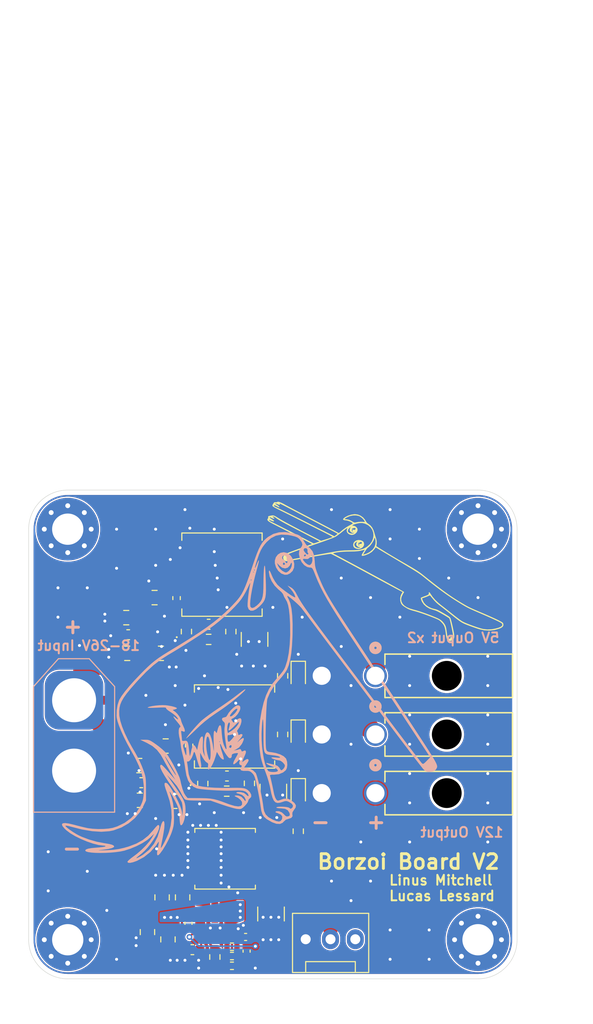
<source format=kicad_pcb>
(kicad_pcb (version 20241229) (generator "pcbnew") (generator_version "9.0")
  (title_block (title "BORZOI BOARD") (date "2025-04-21") (rev "2") (company "Illinois Space Society") (comment 4 "Contributors: Lucas Lessard, Linus Mitchell"))
  (layers (0 "F.Cu" signal) (4 "In1.Cu" signal) (6 "In2.Cu" signal) (2 "B.Cu" signal) (13 "F.Paste" user) (15 "B.Paste" user) (5 "F.SilkS" user "F.Silkscreen") (7 "B.SilkS" user "B.Silkscreen") (1 "F.Mask" user) (3 "B.Mask" user) (25 "Edge.Cuts" user))
  (net 0 "")
  (net 1 "/V_Batt")
  (net 2 "/G_Batt")
  (net 3 "/Boot")
  (net 4 "Net-(U2-SW)")
  (net 5 "Net-(U1-SW)")
  (net 6 "Net-(Cout1-Pad2)")
  (net 7 "Net-(M1-+)")
  (net 8 "Net-(Cout3-Pad2)")
  (net 10 "/FB")
  (net 11 "Net-(Cff1-Pad2)")
  (net 12 "Net-(Cff3-Pad2)")
  (net 14 "Net-(U1-PG)")
  (net 15 "Net-(U2-PG)")
  (net 17 "Net-(U3-CBOOT)")
  (net 18 "Net-(U3-SW)")
  (net 19 "Net-(Cff2-Pad2)")
  (net 20 "Net-(U3-VCC)")
  (net 21 "Net-(U3-FB)")
  (net 22 "Net-(U3-RESET)")
  (net 23 "/Boot2")
  (net 24 "/FB2")
  (net 61 "Net-(D1-A)")
  (net 62 "Net-(D2-A)")
  (net 63 "Net-(D3-A)")
  (footprint "Capacitor_SMD:C_0805_2012Metric" (layer "F.Cu") (at 126.3255 92.1855 180)
    (property "Reference" "Cin4" (hide yes))
    (property "Value" "4.7uF")
  )
  (footprint "Capacitor_SMD:C_0805_2012Metric" (layer "F.Cu") (at 129.0255 90.1855)
    (property "Reference" "Cboot3" (hide yes))
    (property "Value" "100nF")
  )
  (footprint "Resistor_SMD:R_0603_1608Metric" (layer "F.Cu") (at 135.275 94.8)
    (property "Reference" "Rfbt3" (hide yes))
    (property "Value" "73.2k Ohm")
  )
  (footprint "Capacitor_SMD:C_0402_1005Metric" (layer "F.Cu") (at 131.36025 108.3166 -90)
    (property "Reference" "Cboot2" (hide yes))
    (property "Value" "100nF")
  )
  (footprint "Resistor_SMD:R_0603_1608Metric" (layer "F.Cu") (at 132.825 94.025 90)
    (property "Reference" "Rfbb3" (hide yes))
    (property "Value" "10k Ohm")
  )
  (footprint "MountingHole:MountingHole_3.2mm_M3_Pad_Via" (layer "F.Cu") (at 161 68)
    (property "Reference" "H2" (hide yes))
    (property "Value" "MountingHole_Pad")
  )
  (footprint "Connector:FanPinHeader_1x03_P2.54mm_Vertical" (layer "F.Cu") (at 143.36 109.95)
    (property "Reference" "M1" (hide yes))
    (property "Value" "Fan_3pin")
  )
  (footprint "Connector_Molex_Mini-Fit:Molex_MiniFitJr" (layer "F.Cu") (at 150.5 95 90)
    (property "Reference" "J3" (hide yes))
    (property "Value" "1724480002")
  )
  (footprint "Resistor_SMD:R_0603_1608Metric" (layer "F.Cu") (at 141 83 -90)
    (property "Reference" "R2" (hide yes))
    (property "Value" "3.3k")
  )
  (footprint "Capacitor_SMD:C_0603_1608Metric" (layer "F.Cu") (at 135.3 93.25)
    (property "Reference" "Cff3" (hide yes))
    (property "Value" "100pF")
  )
  (footprint "Resistor_SMD:R_0402_1005Metric" (layer "F.Cu") (at 135.81025 112.6666)
    (property "Reference" "Rfbt2" (hide yes))
    (property "Value" "100k Ohm")
  )
  (footprint "Capacitor_SMD:C_0805_2012Metric" (layer "F.Cu") (at 127.89 75)
    (property "Reference" "Cboot1" (hide yes))
    (property "Value" "100nF")
  )
  (footprint "Package_VQFN:VQFN-HR-RPA0010A" (layer "F.Cu") (at 129.9255 92.9855 180)
    (property "Reference" "U1" (hide yes))
    (property "Value" "TPS56637RPAR")
  )
  (footprint "Resistor_SMD:R_0402_1005Metric" (layer "F.Cu") (at 130.14 75.05 90)
    (property "Reference" "Rpg1" (hide yes))
    (property "Value" "100k Ohm")
  )
  (footprint "Capacitor_SMD:C_1210_3225Metric" (layer "F.Cu") (at 139.81025 107.3666 90)
    (property "Reference" "Cout2" (hide yes))
    (property "Value" "22uF")
  )
  (footprint "Resistor_SMD:R_0603_1608Metric" (layer "F.Cu") (at 131.15 78.475 90)
    (property "Reference" "Rfbb1" (hide yes))
    (property "Value" "10k Ohm")
  )
  (footprint "Inductor_SMD:L_TDK_VLS6045EX_VLS6045AF" (layer "F.Cu") (at 135.11025 101.7166)
    (property "Reference" "L3" (hide yes))
    (property "Value" "2.2uH")
  )
  (footprint "Capacitor_SMD:C_0805_2012Metric" (layer "F.Cu") (at 128.54 80.7)
    (property "Reference" "Cin3" (hide yes))
    (property "Value" "4.7uF")
  )
  (footprint "MountingHole:MountingHole_3.2mm_M3_Pad_Via" (layer "F.Cu") (at 119 68)
    (property "Reference" "H1" (hide yes))
    (property "Value" "MountingHole_Pad")
  )
  (footprint "Capacitor_SMD:C_0603_1608Metric" (layer "F.Cu") (at 133.425 77.725)
    (property "Reference" "Cff1" (hide yes))
    (property "Value" "100pF")
  )
  (footprint "Package_VQFN:LM62460RPHR" (layer "F.Cu") (at 134.06025 107.6166)
    (property "Reference" "U3" (hide yes))
    (property "Value" "LM62460RPHR")
  )
  (footprint "Capacitor_SMD:C_0805_2012Metric" (layer "F.Cu") (at 129.9255 95.8355)
    (property "Reference" "Cin6" (hide yes))
    (property "Value" "4.7uF")
  )
  (footprint "MountingHole:MountingHole_3.2mm_M3_Pad_Via" (layer "F.Cu") (at 161 110)
    (property "Reference" "H4" (hide yes))
    (property "Value" "MountingHole_Pad")
  )
  (footprint "Resistor_SMD:R_0603_1608Metric" (layer "F.Cu") (at 135.7 78.475 -90)
    (property "Reference" "Rff1" (hide yes))
    (property "Value" "20k Ohm")
  )
  (footprint "Capacitor_SMD:C_1210_3225Metric" (layer "F.Cu") (at 138.125 79.275 90)
    (property "Reference" "Cout1" (hide yes))
    (property "Value" "47uF")
  )
  (footprint "Inductor_SMD:L_Coilcraft_XAL7070-XXX" (layer "F.Cu") (at 136.0755 88.1855)
    (property "Reference" "L1" (hide yes))
    (property "Value" "3.3uH")
  )
  (footprint "Connector_Molex_Mini-Fit:Molex_MiniFitJr" (layer "F.Cu") (at 150.5 83 90)
    (property "Reference" "J2" (hide yes))
    (property "Value" "1724480002")
  )
  (footprint "Resistor_SMD:R_0603_1608Metric" (layer "F.Cu") (at 133.425 79.275)
    (property "Reference" "Rfbt1" (hide yes))
    (property "Value" "73.2k Ohm")
  )
  (footprint "Capacitor_SMD:C_0402_1005Metric" (layer "F.Cu") (at 137.31025 111.1666 -90)
    (property "Reference" "Cff2" (hide yes))
    (property "Value" "5.1pF")
  )
  (footprint "Package_VQFN:VQFN-HR-RPA0010A" (layer "F.Cu") (at 128.509999 77.85 180)
    (property "Reference" "U2" (hide yes))
    (property "Value" "TPS56637RPAR")
  )
  (footprint "Capacitor_SMD:C_0805_2012Metric" (layer "F.Cu") (at 126.3755 95.7355 180)
    (property "Reference" "Cin5" (hide yes))
    (property "Value" "4.7uF")
  )
  (footprint "MountingHole:MountingHole_3.2mm_M3_Pad_Via" (layer "F.Cu") (at 119 110)
    (property "Reference" "H3" (hide yes))
    (property "Value" "MountingHole_Pad")
  )
  (footprint "Resistor_SMD:R_0402_1005Metric" (layer "F.Cu") (at 135.81025 110.7166)
    (property "Reference" "Rreset1" (hide yes))
    (property "Value" "100k Ohm")
  )
  (footprint "Capacitor_SMD:C_0402_1005Metric" (layer "F.Cu") (at 137.21025 109.7166 180)
    (property "Reference" "Cbias1" (hide yes))
    (property "Value" "100nF")
  )
  (footprint "Capacitor_SMD:C_1210_3225Metric" (layer "F.Cu") (at 140.05 94.8 90)
    (property "Reference" "Cout3" (hide yes))
    (property "Value" "47uF")
  )
  (footprint "Capacitor_SMD:C_0805_2012Metric" (layer "F.Cu") (at 125.09 80.7 180)
    (property "Reference" "Cin2" (hide yes))
    (property "Value" "4.7uF")
  )
  (footprint "Resistor_SMD:R_0402_1005Metric" (layer "F.Cu") (at 135.81025 111.6666 180)
    (property "Reference" "Rff2" (hide yes))
    (property "Value" "4.99k Ohms")
  )
  (footprint "Resistor_SMD:R_0603_1608Metric" (layer "F.Cu") (at 142.6 98.9 90)
    (property "Reference" "R3" (hide yes))
    (property "Value" "4.7k")
  )
  (footprint "Capacitor_SMD:C_0805_2012Metric" (layer "F.Cu") (at 129.26025 109.9666 -90)
    (property "Reference" "Cin_x1" (hide yes))
    (property "Value" "1uF")
  )
  (footprint "Capacitor_SMD:C_0805_2012Metric" (layer "F.Cu") (at 130.76025 105.6666 90)
    (property "Reference" "Cin_2" (hide yes))
    (property "Value" "10uF")
  )
  (footprint "Resistor_SMD:R_0603_1608Metric" (layer "F.Cu") (at 134.06025 111.7666 90)
    (property "Reference" "Rfbb2" (hide yes))
    (property "Value" "9.09k Ohms")
  )
  (footprint "Resistor_SMD:R_0603_1608Metric" (layer "F.Cu") (at 137.6 94 -90)
    (property "Reference" "Rff3" (hide yes))
    (property "Value" "20k Ohm")
  )
  (footprint "LED_SMD:LED_0603_1608Metric" (layer "F.Cu") (at 142.6 95 -90)
    (property "Reference" "D3" (hide yes))
    (property "Value" "BLUE LED")
  )
  (footprint "Resistor_SMD:R_0402_1005Metric" (layer "F.Cu") (at 131.4255 90.1355 90)
    (property "Reference" "Rpg2" (hide yes))
    (property "Value" "100k Ohm")
  )
  (footprint "LED_SMD:LED_0603_1608Metric" (layer "F.Cu") (at 142.6 83 -90)
    (property "Reference" "D2" (hide yes))
    (property "Value" "GREEN LED")
  )
  (footprint "Inductor_SMD:L_Coilcraft_XAL7070-XXX" (layer "F.Cu") (at 134.79 72.65)
    (property "Reference" "L2" (hide yes))
    (property "Value" "3.3uH")
  )
  (footprint "Capacitor_SMD:C_0805_2012Metric" (layer "F.Cu") (at 124.99 77.05 180)
    (property "Reference" "Cin1" (hide yes))
    (property "Value" "4.7uF")
  )
  (footprint "Capacitor_SMD:C_0603_1608Metric" (layer "F.Cu") (at 126.5255 93.9355 180)
    (property "Reference" "Cinx2" (hide yes))
    (property "Value" "100nF")
  )
  (footprint "Capacitor_SMD:C_0805_2012Metric" (layer "F.Cu") (at 128.66025 105.6666 90)
    (property "Reference" "Cin_x2" (hide yes))
    (property "Value" "1uF")
  )
  (footprint "Resistor_SMD:R_0603_1608Metric" (layer "F.Cu") (at 141 89 -90)
    (property "Reference" "R1" (hide yes))
    (property "Value" "3.3k")
  )
  (footprint "Capacitor_SMD:C_0603_1608Metric" (layer "F.Cu") (at 131.76025 111.0166 180)
    (property "Reference" "Cvcc1" (hide yes))
    (property "Value" "1uF")
  )
  (footprint "Capacitor_SMD:C_0603_1608Metric" (layer "F.Cu") (at 125.19 78.8 180)
    (property "Reference" "Cinx1" (hide yes))
    (property "Value" "100nF")
  )
  (footprint "Capacitor_SMD:C_0805_2012Metric" (layer "F.Cu") (at 127.16025 109.2166 -90)
    (property "Reference" "Cin_1" (hide yes))
    (property "Value" "10uF")
  )
  (footprint "LED_SMD:LED_0603_1608Metric" (layer "F.Cu") (at 142.6 89 -90)
    (property "Reference" "D1" (hide yes))
    (property "Value" "RED LED")
  )
  (footprint "Connector_Molex_Mini-Fit:Molex_MiniFitJr" (layer "F.Cu") (at 150.5 89 90)
    (property "Reference" "J1" (hide yes))
    (property "Value" "1724480002")
  )
  (footprint "memes:borzoi_wide" (layer "F.Cu") (at 151 72.1 -30)
    (property "Reference" "G***" (hide yes))
    (property "Value" "LOGO" (hide yes))
  )
  (footprint "Connector_AMASS:AMASS_XT60-M_1x02_P7.20mm_Vertical" (layer "B.Cu") (at 119.65 85.5 -90)
    (property "Reference" "BT2" (hide yes))
    (property "Value" "Battery")
  )
  (footprint "memes:borzoi_long" (layer "B.Cu") (at 138.4 84.2 180)
    (property "Reference" "G***" (hide yes))
    (property "Value" "LOGO" (hide yes))
  )
  (gr_arc (start 161 64) (mid 163.828427 65.171573) (end 165 68) (stroke (width 0.05)) (layer "Edge.Cuts"))
  (gr_line (start 165 68) (end 165 110) (stroke (width 0.05)) (layer "Edge.Cuts"))
  (gr_arc (start 165 110) (mid 163.828427 112.828427) (end 161 114) (stroke (width 0.05)) (layer "Edge.Cuts"))
  (gr_line (start 161 114) (end 119 114) (stroke (width 0.05)) (layer "Edge.Cuts"))
  (gr_line (start 119 64) (end 161 64) (stroke (width 0.05)) (layer "Edge.Cuts"))
  (gr_arc (start 119 114) (mid 116.171573 112.828427) (end 115 110) (stroke (width 0.05)) (layer "Edge.Cuts"))
  (gr_arc (start 115 68) (mid 116.171573 65.171573) (end 119 64) (stroke (width 0.05)) (layer "Edge.Cuts"))
  (gr_line (start 115 110) (end 115 68) (stroke (width 0.05)) (layer "Edge.Cuts"))
  (gr_text "Linus Mitchell" (at 151.8 104.5 0) (layer "F.SilkS") (effects (font (size 1 1) (thickness 0.2) (bold yes)) (justify left bottom)))
  (gr_text "Borzoi Board V2" (at 144.4 102.9 0) (layer "F.SilkS") (effects (font (size 1.5 1.5) (thickness 0.3) (bold yes)) (justify left bottom)))
  (gr_text "Lucas Lessard" (at 151.8 106.1 0) (layer "F.SilkS") (effects (font (size 1 1) (thickness 0.2) (bold yes)) (justify left bottom)))
  (gr_text "+" (at 118.4 78.8 0) (layer "B.SilkS") (effects (font (size 1.5 1.5) (thickness 0.3) (bold yes)) (justify left bottom)))
  (gr_text "+" (at 151.7 98.8 0) (layer "B.SilkS") (effects (font (size 1.5 1.5) (thickness 0.3) (bold yes)) (justify left bottom mirror)))
  (gr_text "-\n" (at 118.3 101.5 0) (layer "B.SilkS") (effects (font (size 1.5 1.5) (thickness 0.3) (bold yes)) (justify left bottom)))
  (gr_text "-" (at 146 98.8 0) (layer "B.SilkS") (effects (font (size 1.5 1.5) (thickness 0.3) (bold yes)) (justify left bottom mirror)))
  (gr_text "12V Output" (at 163.7 99.6 0) (layer "B.SilkS") (effects (font (size 1 1) (thickness 0.2) (bold yes)) (justify left bottom mirror)))
  (gr_text "18-26V Input" (at 126.5 80.5 0) (layer "B.SilkS") (effects (font (size 1 1) (thickness 0.2) (bold yes)) (justify left bottom mirror)))
  (gr_text "5V Ouput x2" (at 163.3 79.7 0) (layer "B.SilkS") (effects (font (size 1 1) (thickness 0.2) (bold yes)) (justify left bottom mirror)))
  (segment (start 125.94 77.05) (end 125.94 78.775) (width 0.9) (layer "F.Cu") (net 1))
  (segment (start 127.3255 95.7355) (end 127.3255 93.9605) (width 0.9) (layer "F.Cu") (net 1))
  (segment (start 120.025 85.125) (end 120.025 82.45) (width 0.9) (layer "F.Cu") (net 1))
  (segment (start 125.725 82.45) (end 126.04 82.135) (width 0.9) (layer "F.Cu") (net 1))
  (segment (start 127.3005 93.9355) (end 128.675498 93.9355) (width 0.9) (layer "F.Cu") (net 1))
  (segment (start 119.65 83.55) (end 119.65 85.5) (width 0.9) (layer "F.Cu") (net 1))
  (segment (start 126.6 91.51) (end 127.2755 92.1855) (width 0.9) (layer "F.Cu") (net 1))
  (segment (start 124.375 85.5) (end 126.6 87.725) (width 0.9) (layer "F.Cu") (net 1))
  (segment (start 126.04 80.7) (end 126.04 78.875) (width 0.9) (layer "F.Cu") (net 1))
  (segment (start 126.04 78.875) (end 125.965 78.8) (width 0.2) (layer "F.Cu") (net 1))
  (segment (start 127.4255 95.8355) (end 127.3255 95.7355) (width 0.9) (layer "F.Cu") (net 1))
  (segment (start 126.04 82.135) (end 126.04 80.7) (width 0.9) (layer "F.Cu") (net 1))
  (segment (start 127.2755 93.9105) (end 127.3005 93.9355) (width 0.9) (layer "F.Cu") (net 1))
  (segment (start 125.94 78.775) (end 125.965 78.8) (width 0.2) (layer "F.Cu") (net 1))
  (segment (start 127.59 80.7) (end 126.04 80.7) (width 0.9) (layer "F.Cu") (net 1))
  (segment (start 125.965 78.8) (end 127.259997 78.8) (width 0.9) (layer "F.Cu") (net 1))
  (segment (start 123.725 89.575) (end 123.725 104.83135) (width 1.5) (layer "F.Cu") (net 1))
  (segment (start 128.9755 95.8355) (end 127.4255 95.8355) (width 0.9) (layer "F.Cu") (net 1))
  (segment (start 123.725 104.83135) (end 127.16025 108.2666) (width 1.5) (layer "F.Cu") (net 1))
  (segment (start 127.2755 92.1855) (end 127.2755 93.9105) (width 0.9) (layer "F.Cu") (net 1))
  (segment (start 128.675498 93.9355) (end 128.975499 93.635499) (width 0.9) (layer "F.Cu") (net 1))
  (segment (start 120.025 82.45) (end 125.725 82.45) (width 0.9) (layer "F.Cu") (net 1))
  (segment (start 126.6 87.725) (end 126.6 91.51) (width 0.9) (layer "F.Cu") (net 1))
  (segment (start 127.3255 93.9605) (end 127.3005 93.9355) (width 0.9) (layer "F.Cu") (net 1))
  (segment (start 119.65 85.5) (end 123.725 89.575) (width 1.5) (layer "F.Cu") (net 1))
  (segment (start 119.65 85.5) (end 120.025 85.125) (width 0.9) (layer "F.Cu") (net 1))
  (segment (start 127.259997 78.8) (end 127.559998 78.499999) (width 0.2) (layer "F.Cu") (net 1))
  (segment (start 119.65 85.5) (end 124.375 85.5) (width 0.9) (layer "F.Cu") (net 1))
  (via (at 136.66025 107.7166) (size 0.6) (drill 0.3) (layers "F.Cu" "B.Cu") (net 1))
  (via (at 129.56025 107.7166) (size 0.6) (drill 0.3) (layers "F.Cu" "B.Cu") (net 1))
  (via (at 128.91025 107.7166) (size 0.6) (drill 0.3) (layers "F.Cu" "B.Cu") (net 1))
  (via (at 136.66025 106.4166) (size 0.6) (drill 0.3) (layers "F.Cu" "B.Cu") (net 1))
  (via (at 130.21025 107.7166) (size 0.6) (drill 0.3) (layers "F.Cu" "B.Cu") (net 1))
  (via (at 136.66025 107.0666) (size 0.6) (drill 0.3) (layers "F.Cu" "B.Cu") (net 1))
  (segment (start 129.515 80.725) (end 129.49 80.7) (width 0.2) (layer "F.Cu") (net 2))
  (segment (start 138 80.725) (end 129.515 80.725) (width 1.4) (layer "F.Cu") (net 2))
  (segment (start 131.2505 96.2105) (end 130.8755 95.8355) (width 0.127) (layer "F.Cu") (net 2))
  (via (at 134.6 108.8) (size 0.6) (drill 0.3) (layers "F.Cu" "B.Cu") (net 2))
  (via (at 125.1 97.1) (size 0.6) (drill 0.3) (layers "F.Cu" "B.Cu") (net 2))
  (via (at 147 80) (size 0.6) (drill 0.3) (layers "F.Cu" "B.Cu") (net 2))
  (via (at 128 97.6) (size 0.6) (drill 0.3) (layers "F.Cu" "B.Cu") (net 2))
  (via (at 130.372324 92.117962) (size 0.6) (drill 0.3) (layers "F.Cu" "B.Cu") (net 2))
  (via (at 147 73) (size 0.6) (drill 0.3) (layers "F.Cu" "B.Cu") (net 2))
  (via (at 156 109) (size 0.6) (drill 0.3) (layers "F.Cu" "B.Cu") (net 2))
  (via (at 134.7 103.4) (size 0.6) (drill 0.3) (layers "F.Cu" "B.Cu") (net 2))
  (via (at 140.4 97.5) (size 0.6) (drill 0.3) (layers "F.Cu" "B.Cu") (net 2))
  (via (at 154 90) (size 0.6) (drill 0.3) (layers "F.Cu" "B.Cu") (net 2))
  (via (at 140.6 107.7) (size 0.6) (drill 0.3) (layers "F.Cu" "B.Cu") (net 2))
  (via (at 136.2 85.8) (size 0.6) (drill 0.3) (layers "F.Cu" "B.Cu") (net 2))
  (via (at 131.3 101.9) (size 0.6) (drill 0.3) (layers "F.Cu" "B.Cu") (net 2))
  (via (at 132.4 84.3) (size 0.6) (drill 0.3) (layers "F.Cu" "B.Cu") (net 2))
  (via (at 129.8 103.4) (size 0.6) (drill 0.3) (layers "F.Cu" "B.Cu") (net 2))
  (via (at 161 75) (size 0.6) (drill 0.3) (layers "F.Cu" "B.Cu") (net 2))
  (via (at 118 74) (size 0.6) (drill 0.3) (layers "F.Cu" "B.Cu") (net 2))
  (via (at 136.3 80.8) (size 0.6) (drill 0.3) (layers "F.Cu" "B.Cu") (net 2))
  (via (at 154 96) (size 0.6) (drill 0.3) (layers "F.Cu" "B.Cu") (net 2))
  (via (at 130 79.4) (size 0.6) (drill 0.3) (layers "F.Cu" "B.Cu") (net 2))
  (via (at 130 84) (size 0.6) (drill 0.3) (layers "F.Cu" "B.Cu") (net 2))
  (via (at 148 84) (size 0.6) (drill 0.3) (layers "F.Cu" "B.Cu") (net 2))
  (via (at 139 107.7) (size 0.6) (drill 0.3) (layers "F.Cu" "B.Cu") (net 2))
  (via (at 122.8 76.7) (size 0.6) (drill 0.3) (layers "F.Cu" "B.Cu") (net 2))
  (via (at 125.9 97.1) (size 0.6) (drill 0.3) (layers "F.Cu" "B.Cu") (net 2))
  (via (at 148 90) (size 0.6) (drill 0.3) (layers "F.Cu" "B.Cu") (net 2))
  (via (at 117 101) (size 0.6) (drill 0.3) (layers "F.Cu" "B.Cu") (net 2))
  (via (at 128.9 103.4) (size 0.6) (drill 0.3) (layers "F.Cu" "B.Cu") (net 2))
  (via (at 162 96) (size 0.6) (drill 0.3) (layers "F.Cu" "B.Cu") (net 2))
  (via (at 121 103) (size 0.6) (drill 0.3) (layers "F.Cu" "B.Cu") (net 2))
  (via (at 139.2 82) (size 0.6) (drill 0.3) (layers "F.Cu" "B.Cu") (net 2))
  (via (at 128.1 100.7) (size 0.6) (drill 0.3) (layers "F.Cu" "B.Cu") (net 2))
  (via (at 136.8 82) (size 0.6) (drill 0.3) (layers "F.Cu" "B.Cu") (net 2))
  (via (at 124 68) (size 0.6) (drill 0.3) (layers "F.Cu" "B.Cu") (net 2))
  (via (at 131.3 101.2) (size 0.6) (drill 0.3) (layers "F.Cu" "B.Cu") (net 2))
  (via (at 140 76) (size 0.6) (drill 0.3) (layers "F.Cu" "B.Cu") (net 2))
  (via (at 136.4 105.2) (size 0.6) (drill 0.3) (layers "F.Cu" "B.Cu") (net 2))
  (via (at 134 70.3) (size 0.6) (drill 0.3) (layers "F.Cu" "B.Cu") (net 2))
  (via (at 126 109.8) (size 0.6) (drill 0.3) (layers "F.Cu" "B.Cu") (net 2))
  (via (at 138.6 79.5) (size 0.6) (drill 0.3) (layers "F.Cu" "B.Cu") (net 2))
  (via (at 124 72) (size 0.6) (drill 0.3) (layers "F.Cu" "B.Cu") (net 2))
  (via (at 137 97) (size 0.6) (drill 0.3) (layers "F.Cu" "B.Cu") (net 2))
  (via (at 133.6 108.8) (size 0.6) (drill 0.3) (layers "F.Cu" "B.Cu") (net 2))
  (via (at 138.2 112.9) (size 0.6) (drill 0.3) (layers "F.Cu" "B.Cu") (net 2))
  (via (at 131.5 67.9) (size 0.6) (drill 0.3) (layers "F.Cu" "B.Cu") (net 2))
  (via (at 162 87) (size 0.6) (drill 0.3) (layers "F.Cu" "B.Cu") (net 2))
  (via (at 120.2 79.9) (size 0.6) (drill 0.3) (layers "F.Cu" "B.Cu") (net 2))
  (via (at 150 75) (size 0.6) (drill 0.3) (layers "F.Cu" "B.Cu") (net 2))
  (via (at 126.4 94.9) (size 0.6) (drill 0.3) (layers "F.Cu" "B.Cu") (net 2))
  (via (at 130.5 69.9) (size 0.6) (drill 0.3) (layers "F.Cu" "B.Cu") (net 2))
  (via (at 134.4 74.2) (size 0.6) (drill 0.3) (layers "F.Cu" "B.Cu") (net 2))
  (via (at 132.6 98.3) (size 0.6) (drill 0.3) (layers "F.Cu" "B.Cu") (net 2))
  (via (at 139.8 107.7) (size 0.6) (drill 0.3) (layers "F.Cu" "B.Cu") (net 2))
  (via (at 121 74) (size 0.6) (drill 0.3) (layers "F.Cu" "B.Cu") (net 2))
  (via (at 127 85) (size 0.6) (drill 0.3) (layers "F.Cu" "B.Cu") (net 2))
  (via (at 155 68) (size 0.6) (drill 0.3) (layers "F.Cu" "B.Cu") (net 2))
  (via (at 131.4 94.5) (size 0.6) (drill 0.3) (layers "F.Cu" "B.Cu") (net 2))
  (via (at 132.4 112.9) (size 0.6) (drill 0.3) (layers "F.Cu" "B.Cu") (net 2))
  (via (at 129.5 112.1) (size 0.6) (drill 0.3) (layers "F.Cu" "B.Cu") (net 2))
  (via (at 123.4 78.9) (size 0.6) (drill 0.3) (layers "F.Cu" "B.Cu") (net 2))
  (via (at 132.5 96.1) (size 0.6) (drill 0.3) (layers "F.Cu" "B.Cu") (net 2))
  (via (at 142.6 92.7) (size 0.6) (drill 0.3) (layers "F.Cu" "B.Cu") (net 2))
  (via (at 130.2 112.1) (size 0.6) (drill 0.3) (layers "F.Cu" "B.Cu") (net 2))
  (via (at 154 87) (size 0.6) (drill 0.3) (layers "F.Cu" "B.Cu") (net 2))
  (via (at 136.7 91.5) (size 0.6) (drill 0.3) (layers "F.Cu" "B.Cu") (net 2))
  (via (at 131 112.1) (size 0.6) (drill 0.3) (layers "F.Cu" "B.Cu") (net 2))
  (via (at 117 105) (size 0.6) (drill 0.3) (layers "F.Cu" "B.Cu") (net 2))
  (via (at 134.4 84.2) (size 0.6) (drill 0.3) (layers "F.Cu" "B.Cu") (net 2))
  (via (at 139 110) (size 0.6) (drill 0.3) (layers "F.Cu" "B.Cu") (net 2))
  (via (at 118 77) (size 0.6) (drill 0.3) (layers "F.Cu" "B.Cu") (net 2))
  (via (at 154 100) (size 0.6) (drill 0.3) (layers "F.Cu" "B.Cu") (net 2))
  (via (at 149 100) (size 0.6) (drill 0.3) (layers "F.Cu" "B.Cu") (net 2))
  (via (at 125.2 90.9) (size 0.6) (drill 0.3) (layers "F.Cu" "B.Cu") (net 2))
  (via (at 152 109) (size 0.6) (drill 0.3) (layers "F.Cu" "B.Cu") (net 2))
  (via (at 134.2 98.3) (size 0.6) (drill 0.3) (layers "F.Cu" "B.Cu") (net 2))
  (via (at 162 84) (size 0.6) (drill 0.3) (layers "F.Cu" "B.Cu") (net 2))
  (via (at 131.3 99) (size 0.6) (drill 0.3) (layers "F.Cu" "B.Cu") (net 2))
  (via (at 126 110.6) (size 0.6) (drill 0.3) (layers "F.Cu" "B.Cu") (net 2))
  (via (at 131.1 80.4) (size 0.6) (drill 0.3) (layers "F.Cu" "B.Cu") (net 2))
  (via (at 131.3 99.8) (size 0.6) (drill 0.3) (layers "F.Cu" "B.Cu") (net 2))
  (via (at 141 95.2) (size 0.6) (drill 0.3) (layers "F.Cu" "B.Cu") (net 2))
  (via (at 130.4 97.2) (size 0.6) (drill 0.3) (layers "F.Cu" "B.Cu") (net 2))
  (via (at 152 69) (size 0.6) (drill 0.3) (layers "F.Cu" "B.Cu") (net 2))
  (via (at 128.6 80) (size 0.6) (drill 0.3) (layers "F.Cu" "B.Cu") (net 2))
  (via (at 131.3 102.6) (size 0.6) (drill 0.3) (layers "F.Cu" "B.Cu") (net 2))
  (via (at 146 104) (size 0.6) (drill 0.3) (layers "F.Cu" "B.Cu") (net 2))
  (via (at 152 112) (size 0.6) (drill 0.3) (layers "F.Cu" "B.Cu") (net 2))
  (via (at 136.975 108.525) (size 0.6) (drill 0.3) (layers "F.Cu" "B.Cu") (net 2))
  (via (at 131.2 97.2) (size 0.6) (drill 0.3) (layers "F.Cu" "B.Cu") (net 2))
  (via (at 128.2 78.5) (size 0.6) (drill 0.3) (layers "F.Cu" "B.Cu") (net 2))
  (via (at 132.4 112.1) (size 0.6) (drill 0.3) (layers "F.Cu" "B.Cu") (net 2))
  (via (at 129.925 95.1) (size 0.6) (drill 0.3) (layers "F.Cu" "B.Cu") (net 2))
  (via (at 154 84) (size 0.6) (drill 0.3) (layers "F.Cu" "B.Cu") (net 2))
  (via (at 154 93) (size 0.6) (drill 0.3) (layers "F.Cu" "B.Cu") (net 2))
  (via (at 139.8 110) (size 0.6) (drill 0.3) (layers "F.Cu" "B.Cu") (net 2))
  (via (at 123 107) (size 0.6) (drill 0.3) (layers "F.Cu" "B.Cu") (net 2))
  (via (at 143 77) (size 0.6) (drill 0.3) (layers "F.Cu" "B.Cu") (net 2))
  (via (at 146 66) (size 0.6) (drill 0.3) (layers "F.Cu" "B.Cu") (net 2))
  (via (at 134.7 102.6) (size 0.6) (drill 0.3) (layers "F.Cu" "B.Cu") (net 2))
  (via (at 134.1 71.7) (size 0.6) (drill 0.3) (layers "F.Cu" "B.Cu") (net 2))
  (via (at 154 81) (size 0.6) (drill 0.3) (layers "F.Cu" "B.Cu") (net 2))
  (via (at 131.3 100.5) (size 0.6) (drill 0.3) (layers "F.Cu" "B.Cu") (net 2))
  (via (at 128 68) (size 0.6) (drill 0.3) (layers "F.Cu" "B.Cu") (net 2))
  (via (at 134.7 101.9) (size 0.6) (drill 0.3) (layers "F.Cu" "B.Cu") (net 2))
  (via (at 130.7 103.4) (size 0.6) (drill 0.3) (layers "F.Cu" "B.Cu") (net 2))
  (via (at 133.4 98.3) (size 0.6) (drill 0.3) (layers "F.Cu" "B.Cu") (net 2))
  (via (at 124 112) (size 0.6) (drill 0.3) (layers "F.Cu" "B.Cu") (net 2))
  (via (at 134 97) (size 0.6) (drill 0.3) (layers "F.Cu" "B.Cu") (net 2))
  (via (at 133 83) (size 0.6) (drill 0.3) (layers "F.Cu" "B.Cu") (net 2))
  (via (at 134 68) (size 0.6) (drill 0.3) (layers "F.Cu" "B.Cu") (net 2))
  (via (at 148 106) (size 0.6) (drill 0.3) (layers "F.Cu" "B.Cu") (net 2))
  (via (at 156 112) (size 0.6) (drill 0.3) (layers "F.Cu" "B.Cu") (net 2))
  (via (at 134.7 101.2) (size 0.6) (drill 0.3) (layers "F.Cu" "B.Cu") (net 2))
  (via (at 141 69) (size 0.6) (drill 0.3) (layers "F.Cu" "B.Cu") (net 2))
  (via (at 140.6 110) (size 0.6) (drill 0.3) (layers "F.Cu" "B.Cu") (net 2))
  (via (at 162 90) (size 0.6) (drill 0.3) (layers "F.Cu" "B.Cu") (net 2))
  (via (at 130.1 82.1) (size 0.6) (drill 0.3) (layers "F.Cu" "B.Cu") (net 2))
  (via (at 152 66) (size 0.6) (drill 0.3) (layers "F.Cu" "B.Cu") (net 2))
  (via (at 134.3 73) (size 0.6) (drill 0.3) (layers "F.Cu" "B.Cu") (net 2))
  (via (at 155 71) (size 0.6) (drill 0.3) (layers "F.Cu" "B.Cu") (net 2))
  (via (at 128.9 76.9) (size 0.6) (drill 0.3) (layers "F.Cu" "B.Cu") (net 2))
  (via (at 136.2 87.6) (size 0.6) (drill 0.3) (layers "F.Cu" "B.Cu") (net 2))
  (via (at 131.8 98.3) (size 0.6) (drill 0.3) (layers "F.Cu" "B.Cu") (net 2))
  (via (at 162 93) (size 0.6) (drill 0.3) (layers "F.Cu" "B.Cu") (net 2))
  (via (at 123.2 80.3) (size 0.6) (drill 0.3) (layers "F.Cu" "B.Cu") (net 2))
  (via (at 138 82) (size 0.6) (drill 0.3) (layers "F.Cu" "B.Cu") (net 2))
  (via (at 131 66) (size 0.6) (drill 0.3) (layers "F.Cu" "B.Cu") (net 2))
  (via (at 138.7 97.5) (size 0.6) (drill 0.3) (layers "F.Cu" "B.Cu") (net 2))
  (via (at 128 71.7) (size 0.6) (drill 0.3) (layers "F.Cu" "B.Cu") (net 2))
  (via (at 134.7 99) (size 0.6) (drill 0.3) (layers "F.Cu" "B.Cu") (net 2))
  (via (at 135.5 104.6) (size 0.6) (drill 0.3) (layers "F.Cu" "B.Cu") (net 2))
  (via (at 128 103.4) (size 0.6) (drill 0.3) (layers "F.Cu" "B.Cu") (net 2))
  (via (at 150 104) (size 0.6) (drill 0.3) (layers "F.Cu" "B.Cu") (net 2))
  (via (at 142.6 80.8) (size 0.6) (drill 0.3) (layers "F.Cu" "B.Cu") (net 2))
  (via (at 137.5 79.5) (size 0.6) (drill 0.3) (layers "F.Cu" "B.Cu") (net 2))
  (via (at 158 73) (size 0.6) (drill 0.3) (layers "F.Cu" "B.Cu") (net 2))
  (via (at 129.4 82.1) (size 0.6) (drill 0.3) (layers "F.Cu" "B.Cu") (net 2))
  (via (at 135.3 76) (size 0.6) (drill 0.3) (layers "F.Cu" "B.Cu") (net 2))
  (via (at 153 77) (size 0.6) (drill 0.3) (layers "F.Cu" "B.Cu") (net 2))
  (via (at 134.7 99.8) (size 0.6) (drill 0.3) (layers "F.Cu" "B.Cu") (net 2))
  (via (at 127.3 73.3) (size 0.6) (drill 0.3) (layers "F.Cu" "B.Cu") (net 2))
  (via (at 122.8 77.4) (size 0.6) (drill 0.3) (layers "F.Cu" "B.Cu") (net 2))
  (via (at 139.4 95.2) (size 0.6) (drill 0.3) (layers "F.Cu" "B.Cu") (net 2))
  (via (at 131 86) (size 0.6) (drill 0.3) (layers "F.Cu" "B.Cu") (net 2))
  (via (at 129 88) (size 0.6) (drill 0.3) (layers "F.Cu" "B.Cu") (net 2))
  (via (at 129.5 71.1) (size 0.6) (drill 0.3) (layers "F.Cu" "B.Cu") (net 2))
  (via (at 134.7 104.2) (size 0.6) (drill 0.3) (layers "F.Cu" "B.Cu") (net 2))
  (via (at 126.3 92.7) (size 0.6) (drill 0.3) (layers "F.Cu" "B.Cu") (net 2))
  (via (at 136.45 108.875) (size 0.6) (drill 0.3) (layers "F.Cu" "B.Cu") (net 2))
  (via (at 162 100) (size 0.6) (drill 0.3) (layers "F.Cu" "B.Cu") (net 2))
  (via (at 162 81) (size 0.6) (drill 0.3) (layers "F.Cu" "B.Cu") (net 2))
  (via (at 134.7 100.5) (size 0.6) (drill 0.3) (layers "F.Cu" "B.Cu") (net 2))
  (via (at 136.0755 89) (size 0.6) (drill 0.3) (layers "F.Cu" "B.Cu") (net 2))
  (via (at 123.2 81.1) (size 0.6) (drill 0.3) (layers "F.Cu" "B.Cu") (net 2))
  (via (at 135.4 84.4) (size 0.6) (drill 0.3) (layers "F.Cu" "B.Cu") (net 2))
  (segment (start 129.055499 91.5855) (end 129.055499 91.165499) (width 0.2) (layer "F.Cu") (net 3))
  (segment (start 129.055499 91.165499) (end 128.0755 90.1855) (width 0.2) (layer "F.Cu") (net 3))
  (segment (start 128.84 73.498966) (end 128.84 75) (width 1.4) (layer "F.Cu") (net 4))
  (segment (start 132.38 72.65) (end 129.688966 72.65) (width 1.4) (layer "F.Cu") (net 4))
  (segment (start 129.688966 72.65) (end 128.84 73.498966) (width 1.4) (layer "F.Cu") (net 4))
  (segment (start 131.078046 88.1855) (end 133.6655 88.1855) (width 1.4) (layer "F.Cu") (net 5))
  (segment (start 129.9755 89.288046) (end 131.078046 88.1855) (width 1.4) (layer "F.Cu") (net 5))
  (segment (start 129.9755 90.1855) (end 129.9755 89.288046) (width 1.4) (layer "F.Cu") (net 5))
  (segment (start 142.706349 72.65) (end 137.2 72.65) (width 2) (layer "F.Cu") (net 6))
  (segment (start 135.675 79.275) (end 135.7 79.3) (width 0.2) (layer "F.Cu") (net 6))
  (segment (start 137.2 72.65) (end 137.2 76.875) (width 1.4) (layer "F.Cu") (net 6))
  (segment (start 140.6 81.775) (end 140.6 80.275) (width 0.2) (layer "F.Cu") (net 6))
  (segment (start 131.193 75.593) (end 131.193 76.127) (width 0.2) (layer "F.Cu") (net 6))
  (segment (start 133.7 76.15) (end 131.216 76.15) (width 0.2) (layer "F.Cu") (net 6))
  (segment (start 130.14 74.54) (end 131.193 75.593) (width 0.2) (layer "F.Cu") (net 6))
  (segment (start 134.25 79.275) (end 135.675 79.275) (width 0.2) (layer "F.Cu") (net 6))
  (segment (start 137.2 76.875) (end 138.125 77.8) (width 1.4) (layer "F.Cu") (net 6))
  (segment (start 137.2 72.65) (end 133.7 76.15) (width 0.2) (layer "F.Cu") (net 6))
  (segment (start 135.7 79.3) (end 136.625 79.3) (width 0.2) (layer "F.Cu") (net 6))
  (segment (start 136.625 79.3) (end 138.125 77.8) (width 0.2) (layer "F.Cu") (net 6))
  (segment (start 141 82.175) (end 140.6 81.775) (width 0.2) (layer "F.Cu") (net 6))
  (segment (start 150.5 80.443651) (end 142.706349 72.65) (width 2) (layer "F.Cu") (net 6))
  (segment (start 140.6 80.275) (end 138.125 77.8) (width 0.2) (layer "F.Cu") (net 6))
  (segment (start 150.5 83) (end 150.5 80.443651) (width 2) (layer "F.Cu") (net 6))
  (segment (start 131.193 76.127) (end 131.216 76.15) (width 0.2) (layer "F.Cu") (net 6))
  (segment (start 136.32025 112.6666) (end 137.123148 112.6666) (width 0.2) (layer "F.Cu") (net 7))
  (segment (start 137.31025 110.6866) (end 136.35025 110.6866) (width 0.2) (layer "F.Cu") (net 7))
  (segment (start 137.123148 112.6666) (end 138.21025 111.579498) (width 0.2) (layer "F.Cu") (net 7))
  (segment (start 132.035249 109.141601) (end 131.46025 109.7166) (width 0.2) (layer "F.Cu") (net 7))
  (segment (start 141.73825 109.96175) (end 141 110.7) (width 0.2) (layer "F.Cu") (net 7))
  (segment (start 145.9 109.95) (end 145.9 107.835) (width 1.4) (layer "F.Cu") (net 7))
  (segment (start 132.52225 109.141601) (end 132.035249 109.141601) (width 0.2) (layer "F.Cu") (net 7))
  (segment (start 138.21025 111.579498) (end 138.21025 110.6666) (width 0.2) (layer "F.Cu") (net 7))
  (segment (start 141.73825 107.8196) (end 141.73825 109.96175) (width 0.2) (layer "F.Cu") (net 7))
  (segment (start 136.35025 110.6866) (end 136.32025 110.7166) (width 0.2) (layer "F.Cu") (net 7))
  (segment (start 139.81025 105.8916) (end 141.73825 107.8196) (width 0.2) (layer "F.Cu") (net 7))
  (segment (start 145.9 107.835) (end 141.606549 103.541549) (width 1.4) (layer "F.Cu") (net 7))
  (segment (start 138.24365 110.7) (end 138.21025 110.6666) (width 0.2) (layer "F.Cu") (net 7))
  (segment (start 141 110.7) (end 138.24365 110.7) (width 0.2) (layer "F.Cu") (net 7))
  (segment (start 137.21025 101.7166) (end 137.21025 103.2916) (width 1.4) (layer "F.Cu") (net 7))
  (via (at 138.21025 110.6666) (size 0.6) (drill 0.3) (layers "F.Cu" "B.Cu") (net 7))
  (via (at 131.46025 109.7166) (size 0.6) (drill 0.3) (layers "F.Cu" "B.Cu") (net 7))
  (segment (start 132.41025 110.6666) (end 131.46025 109.7166) (width 0.2) (layer "B.Cu") (net 7))
  (segment (start 138.21025 110.6666) (end 132.41025 110.6666) (width 0.2) (layer "B.Cu") (net 7))
  (segment (start 132.5255 91.7355) (end 134.9355 91.7355) (width 0.2) (layer "F.Cu") (net 8))
  (segment (start 147.825 86.325) (end 140.346 86.325) (width 2) (layer "F.Cu") (net 8))
  (segment (start 137.575 94.8) (end 137.6 94.825) (width 0.2) (layer "F.Cu") (net 8))
  (segment (start 132.4055 90.6055) (end 132.4055 91.6155) (width 0.2) (layer "F.Cu") (net 8))
  (segment (start 138.55 94.825) (end 140.05 93.325) (width 0.2) (layer "F.Cu") (net 8))
  (segment (start 141 88.175) (end 141 86.979) (width 0.2) (layer "F.Cu") (net 8))
  (segment (start 138.4855 91.7605) (end 140.05 93.325) (width 1.4) (layer "F.Cu") (net 8))
  (segment (start 132.4055 91.6155) (end 132.5255 91.7355) (width 0.2) (layer "F.Cu") (net 8))
  (segment (start 137.6 94.825) (end 138.55 94.825) (width 0.2) (layer "F.Cu") (net 8))
  (segment (start 138.4855 88.1855) (end 138.4855 91.7605) (width 1.4) (layer "F.Cu") (net 8))
  (segment (start 140.346 86.325) (end 138.4855 88.1855) (width 2) (layer "F.Cu") (net 8))
  (segment (start 136.1 94.8) (end 137.575 94.8) (width 0.2) (layer "F.Cu") (net 8))
  (segment (start 141 86.979) (end 140.346 86.325) (width 0.2) (layer "F.Cu") (net 8))
  (segment (start 134.9355 91.7355) (end 138.4855 88.1855) (width 0.2) (layer "F.Cu") (net 8))
  (segment (start 150.5 89) (end 147.825 86.325) (width 2) (layer "F.Cu") (net 8))
  (segment (start 131.4255 89.6255) (end 132.4055 90.6055) (width 0.2) (layer "F.Cu") (net 8))
  (segment (start 138.4855 88.1855) (end 138.8005 88.5005) (width 1.4) (layer "F.Cu") (net 8))
  (segment (start 134.45 94.8) (end 134.45 93.325) (width 0.2) (layer "F.Cu") (net 10))
  (segment (start 131.3755 93.1855) (end 131.3255 93.2355) (width 0.127) (layer "F.Cu") (net 10))
  (segment (start 134.525 93.25) (end 132.875 93.25) (width 0.2) (layer "F.Cu") (net 10))
  (segment (start 134.45 93.325) (end 134.525 93.25) (width 0.2) (layer "F.Cu") (net 10))
  (segment (start 131.3255 93.2355) (end 132.7895 93.2355) (width 0.2) (layer "F.Cu") (net 10))
  (segment (start 132.7895 93.2355) (end 132.825 93.2) (width 0.2) (layer "F.Cu") (net 10))
  (segment (start 132.875 93.25) (end 132.825 93.2) (width 0.2) (layer "F.Cu") (net 10))
  (segment (start 135.7 77.65) (end 134.275 77.65) (width 0.2) (layer "F.Cu") (net 11))
  (segment (start 134.275 77.65) (end 134.2 77.725) (width 0.2) (layer "F.Cu") (net 11))
  (segment (start 137.6 93.175) (end 136.15 93.175) (width 0.2) (layer "F.Cu") (net 12))
  (segment (start 136.15 93.175) (end 136.075 93.25) (width 0.2) (layer "F.Cu") (net 12))
  (segment (start 131.4255 90.6455) (end 131.4255 92.135502) (width 0.2) (layer "F.Cu") (net 14))
  (segment (start 131.4255 92.135502) (end 131.3255 92.235502) (width 0.2) (layer "F.Cu") (net 14))
  (segment (start 130.14 76.870001) (end 129.909999 77.100002) (width 0.2) (layer "F.Cu") (net 15))
  (segment (start 130.14 75.56) (end 130.14 76.870001) (width 0.2) (layer "F.Cu") (net 15))
  (segment (start 137.29025 111.6666) (end 137.31025 111.6466) (width 0.2) (layer "F.Cu") (net 19))
  (segment (start 136.32025 111.6666) (end 137.29025 111.6666) (width 0.2) (layer "F.Cu") (net 19))
  (segment (start 132.66025 109.791599) (end 132.66025 110.8916) (width 0.2) (layer "F.Cu") (net 20))
  (segment (start 132.66025 110.8916) (end 132.53525 111.0166) (width 0.2) (layer "F.Cu") (net 20))
  (segment (start 134.06025 110.9416) (end 134.57525 110.9416) (width 0.2) (layer "F.Cu") (net 21))
  (segment (start 133.560251 110.441601) (end 134.06025 110.9416) (width 0.2) (layer "F.Cu") (net 21))
  (segment (start 133.560251 109.729601) (end 133.560251 110.441601) (width 0.2) (layer "F.Cu") (net 21))
  (segment (start 134.57525 110.9416) (end 135.30025 111.6666) (width 0.2) (layer "F.Cu") (net 21))
  (segment (start 135.30025 111.6666) (end 135.30025 112.6666) (width 0.2) (layer "F.Cu") (net 21))
  (segment (start 135.46025 109.791599) (end 135.46025 110.5566) (width 0.2) (layer "F.Cu") (net 22))
  (segment (start 135.46025 110.5566) (end 135.30025 110.7166) (width 0.2) (layer "F.Cu") (net 22))
  (segment (start 126.94 75) (end 126.94 75.750002) (width 0.2) (layer "F.Cu") (net 23))
  (segment (start 126.94 75.750002) (end 127.639998 76.45) (width 0.2) (layer "F.Cu") (net 23))
  (segment (start 131.225 77.725) (end 131.15 77.65) (width 0.2) (layer "F.Cu") (net 24))
  (segment (start 132.65 77.725) (end 131.225 77.725) (width 0.2) (layer "F.Cu") (net 24))
  (segment (start 132.65 77.725) (end 132.65 79.225) (width 0.2) (layer "F.Cu") (net 24))
  (segment (start 131.15 77.65) (end 130.7 78.1) (width 0.2) (layer "F.Cu") (net 24))
  (segment (start 132.65 79.225) (end 132.6 79.275) (width 0.2) (layer "F.Cu") (net 24))
  (segment (start 130.7 78.1) (end 129.909999 78.1) (width 0.2) (layer "F.Cu") (net 24))
  (segment (start 142.5625 89.825) (end 142.6 89.7875) (width 0.2) (layer "F.Cu") (net 61))
  (segment (start 141 89.825) (end 142.5625 89.825) (width 0.2) (layer "F.Cu") (net 61))
  (segment (start 141 83.825) (end 141.0375 83.7875) (width 0.2) (layer "F.Cu") (net 62))
  (segment (start 141.0375 83.7875) (end 142.6 83.7875) (width 0.2) (layer "F.Cu") (net 62))
  (segment (start 142.6 98.075) (end 142.6 95.7875) (width 0.2) (layer "F.Cu") (net 63))
  (zone (net 1) (net_name "/V_Batt") (layer "F.Cu") (priority 4) (connect_pads yes (clearance 0.1)) (min_thickness 0.1) (fill yes (thermal_gap 0.5) (thermal_bridge_width 0.5))
    (polygon (pts (xy 136.96025 106.0666) (xy 136.31025 106.0666) (xy 136.31025 106.7166) (xy 134.81025 106.7166) (xy 134.81025 107.4166) (xy 135.06025 108.3666) (xy 136.16025 108.3666) (xy 136.96025 108.0166)))
  )
  (zone (net 7) (net_name "Net-(M1-+)") (layer "F.Cu") (priority 8) (connect_pads yes (clearance 0.1)) (min_thickness 0.25) (fill yes (thermal_gap 0.5) (thermal_bridge_width 0.5))
    (polygon (pts (xy 138.4 106.6) (xy 136.2 104.1) (xy 136.2 99.1) (xy 144 99.1) (xy 149.4 93.7) (xy 151.9 93.7) (xy 151.9 96.3) (xy 149.4 96.3) (xy 144 101.7) (xy 141.3 106.6)))
  )
  (zone (net 5) (net_name "Net-(U1-SW)") (layer "F.Cu") (priority 100) (connect_pads yes (clearance 0.1)) (min_thickness 0.1) (fill yes (thermal_gap 0.5) (thermal_bridge_width 0.5))
    (polygon (pts (xy 129.3755 92.9855) (xy 129.7255 92.9855) (xy 129.8755 91.9855) (xy 130.6755 90.8855) (xy 130.7255 89.2355) (xy 129.1755 89.2355) (xy 129.3255 91.1855)))
  )
  (zone (net 17) (net_name "Net-(U3-CBOOT)") (layer "F.Cu") (priority 3) (connect_pads yes (clearance 0.1)) (min_thickness 0.1) (fill yes (thermal_gap 0.5) (thermal_bridge_width 0.5))
    (polygon (pts (xy 130.91025 108.3666) (xy 130.91025 109.2166) (xy 131.81025 109.2166) (xy 131.86025 108.8166) (xy 133.06025 108.8166) (xy 133.06025 107.9666) (xy 132.06025 107.9666) (xy 132.06025 108.3666)))
  )
  (zone (net 7) (net_name "Net-(M1-+)") (layer "F.Cu") (priority 7) (connect_pads yes (clearance 0.1)) (min_thickness 0.1) (fill yes (thermal_gap 0.5) (thermal_bridge_width 0.5))
    (polygon (pts (xy 137.3 109.3) (xy 136.9 110.3) (xy 136.9 111.1) (xy 138.4 111.1) (xy 138.6 110.9) (xy 138.6 110.3) (xy 138 109.3)))
  )
  (zone (net 4) (net_name "Net-(U2-SW)") (layer "F.Cu") (priority 5) (connect_pads yes (clearance 0.1)) (min_thickness 0.1) (fill yes (thermal_gap 0.5) (thermal_bridge_width 0.5))
    (polygon (pts (xy 127.9 77.9) (xy 128.4 77.9) (xy 128.4 76.1) (xy 129.5 75.8) (xy 129.5 73.9) (xy 128.2 73.9) (xy 128.2 75.3) (xy 127.9 76.2)))
  )
  (zone (net 1) (net_name "/V_Batt") (layer "F.Cu") (priority 1) (connect_pads yes (clearance 0.1)) (min_thickness 0.1) (fill yes (thermal_gap 0.5) (thermal_bridge_width 0.5))
    (polygon (pts (xy 133.26025 107.3166) (xy 130.609713 107.233771) (xy 130.21025 109.8166) (xy 128.41025 109.7166) (xy 127.86025 109.0166) (xy 126.21025 108.9166) (xy 126.26025 107.5166) (xy 127.561565 107.5166) (xy 127.66025 105.8666) (xy 130.16025 105.9666) (xy 131.51025 106.0166) (xy 132.11025 106.6666) (xy 133.26025 106.6666)))
  )
  (zone (net 18) (net_name "Net-(U3-SW)") (layer "F.Cu") (priority 2) (connect_pads yes (clearance 0.1)) (min_thickness 0.1) (fill yes (thermal_gap 0.5) (thermal_bridge_width 0.5))
    (polygon (pts (xy 131.96025 99.0666) (xy 132.020513 104.294149) (xy 133.71025 105.0666) (xy 133.71025 107.4166) (xy 130.91025 107.4166) (xy 130.91025 108.2166) (xy 131.81025 108.2166) (xy 131.81025 107.9166) (xy 133.71025 107.9166) (xy 133.71025 108.2666) (xy 134.41025 108.2666) (xy 134.41025 105.0666) (xy 134.079411 104.357658) (xy 134.06025 99.1166)))
  )
  (zone (net 2) (net_name "/G_Batt") (layers "F.Cu" "B.Cu" "In1.Cu" "In2.Cu") (connect_pads yes (clearance 0.1)) (min_thickness 0.1) (fill yes (thermal_gap 0.5) (thermal_bridge_width 0.5))
    (polygon (pts (xy 115 64) (xy 165 64) (xy 165 114) (xy 115 114)))
  )
  (zone (net 1) (net_name "/V_Batt") (layer "B.Cu") (priority 6) (connect_pads (clearance 0.1)) (min_thickness 0.25) (fill yes (thermal_gap 0.5) (thermal_bridge_width 0.5))
    (polygon (pts (xy 137.1 106) (xy 137.1 108) (xy 136.6 108.2) (xy 128.4 108.2) (xy 128.4 107.2) (xy 136.3 106)))
  )
)
</source>
